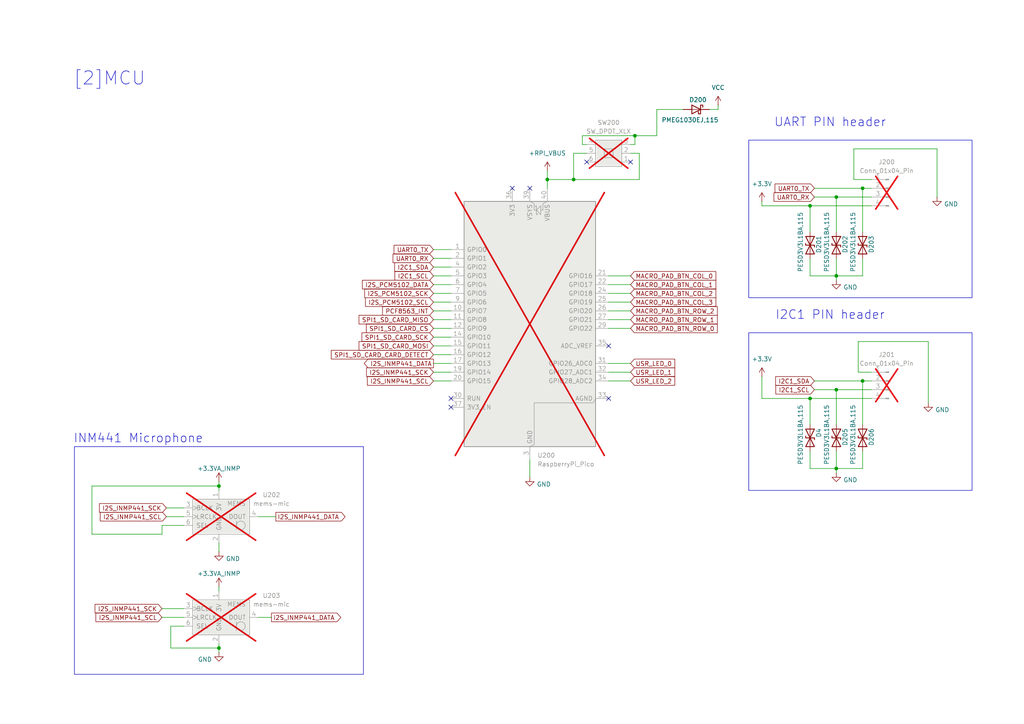
<source format=kicad_sch>
(kicad_sch (version 20231120) (generator "eeschema") (generator_version "8.0")
  (paper "A4")
  (lib_symbols
    (symbol "Connector:Conn_01x04_Pin" (pin_names (offset 1.016) hide)
      (property "Reference" "J" (at 0 5.08 0))
      (property "Value" "Conn_01x04_Pin" (at 0 -7.62 0))
      (symbol "Conn_01x04_Pin_1_1"
        (polyline (pts (xy 1.27 -5.08) (xy 0.8636 -5.08)) (stroke (width 0.1524)))
        (polyline (pts (xy 1.27 -2.54) (xy 0.8636 -2.54)) (stroke (width 0.1524)))
        (polyline (pts (xy 1.27 0) (xy 0.8636 0)) (stroke (width 0.1524)))
        (polyline (pts (xy 1.27 2.54) (xy 0.8636 2.54)) (stroke (width 0.1524)))
        (rectangle (start 0.8636 -4.953) (end 0 -5.207) (stroke (width 0.1524)) (fill (type outline)))
        (rectangle (start 0.8636 -2.413) (end 0 -2.667) (stroke (width 0.1524)) (fill (type outline)))
        (rectangle (start 0.8636 0.127) (end 0 -0.127) (stroke (width 0.1524)) (fill (type outline)))
        (rectangle (start 0.8636 2.667) (end 0 2.413) (stroke (width 0.1524)) (fill (type outline)))
        (pin passive line (at 5.08 2.54 180) (length 3.81) (name "Pin_1") (number "1"))
        (pin passive line (at 5.08 0 180) (length 3.81) (name "Pin_2") (number "2"))
        (pin passive line (at 5.08 -2.54 180) (length 3.81) (name "Pin_3") (number "3"))
        (pin passive line (at 5.08 -5.08 180) (length 3.81) (name "Pin_4") (number "4"))
      )
    )
    (symbol "Device:D_Schottky" (pin_numbers hide) (pin_names (offset 1.016) hide)
      (property "Reference" "D" (at 0 2.54 0))
      (property "Value" "D_Schottky" (at 0 -2.54 0))
      (symbol "D_Schottky_0_1"
        (polyline (pts (xy 1.27 0) (xy -1.27 0)))
        (polyline (pts (xy 1.27 1.27) (xy 1.27 -1.27) (xy -1.27 0) (xy 1.27 1.27)) (stroke (width 0.254)))
        (polyline (pts (xy -1.905 0.635) (xy -1.905 1.27) (xy -1.27 1.27) (xy -1.27 -1.27) (xy -0.635 -1.27) (xy -0.635 -0.635)) (stroke (width 0.254)))
      )
      (symbol "D_Schottky_1_1"
        (pin passive line (at -3.81 0 0) (length 2.54) (name "K") (number "1"))
        (pin passive line (at 3.81 0 180) (length 2.54) (name "A") (number "2"))
      )
    )
    (symbol "Device:D_TVS" (pin_numbers hide) (pin_names (offset 1.016) hide)
      (property "Reference" "D" (at 0 2.54 0))
      (property "Value" "D_TVS" (at 0 -2.54 0))
      (symbol "D_TVS_0_1"
        (polyline (pts (xy 1.27 0) (xy -1.27 0)))
        (polyline (pts (xy 0.508 1.27) (xy 0 1.27) (xy 0 -1.27) (xy -0.508 -1.27)) (stroke (width 0.254)))
        (polyline (pts (xy -2.54 1.27) (xy -2.54 -1.27) (xy 2.54 1.27) (xy 2.54 -1.27) (xy -2.54 1.27)) (stroke (width 0.254)))
      )
      (symbol "D_TVS_1_1"
        (pin passive line (at -3.81 0 0) (length 2.54) (name "A1") (number "1"))
        (pin passive line (at 3.81 0 180) (length 2.54) (name "A2") (number "2"))
      )
    )
    (symbol "MCU_Module_RaspberryPi_Pico:RaspberryPi_Pico" (pin_names (offset 0.762))
      (property "Reference" "A" (at -19.05 38.1 0))
      (property "Value" "RaspberryPi_Pico" (at 7.62 38.1 0))
      (symbol "RaspberryPi_Pico_0_1"
        (rectangle (start -19.05 36.83) (end 19.05 -34.29) (stroke (width 0.254)) (fill (type background)))
        (polyline (pts (xy 0 36.83) (xy 1.27 36.195) (xy 1.27 34.29) (xy 1.905 34.29)))
        (polyline (pts (xy 1.905 34.29) (xy 3.175 35.56) (xy 3.175 33.02) (xy 1.905 34.29)))
        (polyline (pts (xy 5.08 36.83) (xy 3.81 36.195) (xy 3.81 34.29) (xy 3.175 34.29)))
        (polyline (pts (xy 0 -34.29) (xy 1.27 -33.655) (xy 1.27 -21.59) (xy 18.415 -21.59) (xy 19.05 -20.32)))
        (polyline (pts (xy 1.651 35.306) (xy 1.651 35.56) (xy 1.905 35.56) (xy 1.905 33.02) (xy 2.159 33.02) (xy 2.159 33.274)))
      )
      (symbol "RaspberryPi_Pico_1_1"
        (pin bidirectional line (at -22.86 22.86 0) (length 3.81) (name "GPIO0") (number "1"))
        (pin bidirectional line (at -22.86 5.08 0) (length 3.81) (name "GPIO7") (number "10"))
        (pin bidirectional line (at -22.86 2.54 0) (length 3.81) (name "GPIO8") (number "11"))
        (pin bidirectional line (at -22.86 0 0) (length 3.81) (name "GPIO9") (number "12"))
        (pin passive line (at 0 -38.1 90) (length 3.81) hide (name "GND") (number "13"))
        (pin bidirectional line (at -22.86 -2.54 0) (length 3.81) (name "GPIO10") (number "14"))
        (pin bidirectional line (at -22.86 -5.08 0) (length 3.81) (name "GPIO11") (number "15"))
        (pin bidirectional line (at -22.86 -7.62 0) (length 3.81) (name "GPIO12") (number "16"))
        (pin bidirectional line (at -22.86 -10.16 0) (length 3.81) (name "GPIO13") (number "17"))
        (pin passive line (at 0 -38.1 90) (length 3.81) hide (name "GND") (number "18"))
        (pin bidirectional line (at -22.86 -12.7 0) (length 3.81) (name "GPIO14") (number "19"))
        (pin bidirectional line (at -22.86 20.32 0) (length 3.81) (name "GPIO1") (number "2"))
        (pin bidirectional line (at -22.86 -15.24 0) (length 3.81) (name "GPIO15") (number "20"))
        (pin bidirectional line (at 22.86 15.24 180) (length 3.81) (name "GPIO16") (number "21"))
        (pin bidirectional line (at 22.86 12.7 180) (length 3.81) (name "GPIO17") (number "22"))
        (pin passive line (at 0 -38.1 90) (length 3.81) hide (name "GND") (number "23"))
        (pin bidirectional line (at 22.86 10.16 180) (length 3.81) (name "GPIO18") (number "24"))
        (pin bidirectional line (at 22.86 7.62 180) (length 3.81) (name "GPIO19") (number "25"))
        (pin bidirectional line (at 22.86 5.08 180) (length 3.81) (name "GPIO20") (number "26"))
        (pin bidirectional line (at 22.86 2.54 180) (length 3.81) (name "GPIO21") (number "27"))
        (pin passive line (at 0 -38.1 90) (length 3.81) hide (name "GND") (number "28"))
        (pin bidirectional line (at 22.86 0 180) (length 3.81) (name "GPIO22") (number "29"))
        (pin power_out line (at 0 -38.1 90) (length 3.81) (name "GND") (number "3"))
        (pin input line (at -22.86 -20.32 0) (length 3.81) (name "RUN") (number "30"))
        (pin bidirectional line (at 22.86 -10.16 180) (length 3.81) (name "GPIO26_ADC0") (number "31"))
        (pin bidirectional line (at 22.86 -12.7 180) (length 3.81) (name "GPIO27_ADC1") (number "32"))
        (pin power_out line (at 22.86 -20.32 180) (length 3.81) (name "AGND") (number "33"))
        (pin bidirectional line (at 22.86 -15.24 180) (length 3.81) (name "GPIO28_ADC2") (number "34"))
        (pin power_in line (at 22.86 -5.08 180) (length 3.81) (name "ADC_VREF") (number "35"))
        (pin power_out line (at -5.08 40.64 270) (length 3.81) (name "3V3") (number "36"))
        (pin input line (at -22.86 -22.86 0) (length 3.81) (name "3V3_EN") (number "37"))
        (pin passive line (at 0 -38.1 90) (length 3.81) hide (name "GND") (number "38"))
        (pin power_in line (at 0 40.64 270) (length 3.81) (name "VSYS") (number "39"))
        (pin bidirectional line (at -22.86 17.78 0) (length 3.81) (name "GPIO2") (number "4"))
        (pin power_out line (at 5.08 40.64 270) (length 3.81) (name "VBUS") (number "40"))
        (pin bidirectional line (at -22.86 15.24 0) (length 3.81) (name "GPIO3") (number "5"))
        (pin bidirectional line (at -22.86 12.7 0) (length 3.81) (name "GPIO4") (number "6"))
        (pin bidirectional line (at -22.86 10.16 0) (length 3.81) (name "GPIO5") (number "7"))
        (pin passive line (at 0 -38.1 90) (length 3.81) hide (name "GND") (number "8"))
        (pin bidirectional line (at -22.86 7.62 0) (length 3.81) (name "GPIO6") (number "9"))
      )
    )
    (symbol "power:+3.3V" (power) (pin_numbers hide) (pin_names (offset 0) hide)
      (property "Value" "+3.3V" (at 0 3.556 0))
      (symbol "+3.3V_0_1"
        (polyline (pts (xy -0.762 1.27) (xy 0 2.54)))
        (polyline (pts (xy 0 0) (xy 0 2.54)))
        (polyline (pts (xy 0 2.54) (xy 0.762 1.27)))
      )
      (symbol "+3.3V_1_1"
        (pin power_in line (at 0 0 90) (length 0) (name "~") (number "1"))
      )
    )
    (symbol "power:+3.3VA" (power) (pin_numbers hide) (pin_names (offset 0) hide)
      (property "Value" "+3.3VA" (at 0 3.556 0))
      (symbol "+3.3VA_0_1"
        (polyline (pts (xy -0.762 1.27) (xy 0 2.54)))
        (polyline (pts (xy 0 0) (xy 0 2.54)))
        (polyline (pts (xy 0 2.54) (xy 0.762 1.27)))
      )
      (symbol "+3.3VA_1_1"
        (pin power_in line (at 0 0 90) (length 0) (name "~") (number "1"))
      )
    )
    (symbol "power:+3.3VADC" (power) (pin_numbers hide) (pin_names (offset 0) hide)
      (property "Value" "+3.3VADC" (at 0 3.556 0))
      (symbol "+3.3VADC_0_0"
        (pin power_in line (at 0 0 90) (length 0) (name "~") (number "1"))
      )
      (symbol "+3.3VADC_0_1"
        (polyline (pts (xy -0.762 1.27) (xy 0 2.54)))
        (polyline (pts (xy 0 0) (xy 0 2.54)))
        (polyline (pts (xy 0 2.54) (xy 0.762 1.27)))
      )
    )
    (symbol "power:GND" (power) (pin_numbers hide) (pin_names (offset 0) hide)
      (property "Value" "GND" (at 0 -3.81 0))
      (symbol "GND_0_1"
        (polyline (pts (xy 0 0) (xy 0 -1.27) (xy 1.27 -1.27) (xy 0 -2.54) (xy -1.27 -1.27) (xy 0 -1.27)))
      )
      (symbol "GND_1_1"
        (pin power_in line (at 0 0 270) (length 0) (name "~") (number "1"))
      )
    )
    (symbol "power:VCC" (power) (pin_numbers hide) (pin_names (offset 0) hide)
      (property "Value" "VCC" (at 0 3.556 0))
      (symbol "VCC_0_1"
        (polyline (pts (xy -0.762 1.27) (xy 0 2.54)))
        (polyline (pts (xy 0 0) (xy 0 2.54)))
        (polyline (pts (xy 0 2.54) (xy 0.762 1.27)))
      )
      (symbol "VCC_1_1"
        (pin power_in line (at 0 0 90) (length 0) (name "~") (number "1"))
      )
    )
    (symbol "rpi_pico_media_board:SW_DPDT_XLX" (pin_names (offset 1.016))
      (property "Reference" "U" (at 0 5.08 0))
      (property "Value" "SW_DPDT_XLX" (at 0 2.54 0))
      (symbol "SW_DPDT_XLX_0_1"
        (rectangle (start -3.81 0) (end 3.81 -7.62) (fill (type background)))
        (polyline (pts (xy -1.27 -2.54) (xy 1.27 -2.54) (xy 1.27 -5.08) (xy -1.27 -5.08) (xy -1.27 -2.54)))
      )
      (symbol "SW_DPDT_XLX_1_1"
        (pin input line (at 6.35 -6.35 180) (length 2.54) (name "~") (number "1"))
        (pin input line (at 6.35 -3.81 180) (length 2.54) (name "~") (number "2"))
        (pin input line (at 6.35 -1.27 180) (length 2.54) (name "~") (number "3"))
        (pin input line (at -6.35 -1.27 0) (length 2.54) (name "~") (number "4"))
        (pin input line (at -6.35 -3.81 0) (length 2.54) (name "~") (number "5"))
        (pin input line (at -6.35 -6.35 0) (length 2.54) (name "~") (number "6"))
      )
    )
    (symbol "rpi_pico_media_board:mems-mic" (pin_names (offset 1.016))
      (property "Reference" "U" (at 7.62 6.35 0))
      (property "Value" "mems-mic" (at -7.62 -6.35 0))
      (symbol "mems-mic_0_0"
        (text "MEMS" (at 5.08 3.81 0) (effects (font (size 1.27 1.27))))
      )
      (symbol "mems-mic_0_1"
        (rectangle (start -7.62 5.08) (end 8.89 -5.08) (fill (type background)))
        (polyline (pts (xy 5.08 -1.27) (xy 5.08 -3.81)))
        (circle (center 6.35 -2.54) (radius 1.27))
      )
      (symbol "mems-mic_1_1"
        (pin power_in line (at 0 7.62 270) (length 2.54) (name "3V") (number "1"))
        (pin power_in line (at 0 -7.62 90) (length 2.54) (name "GND") (number "2"))
        (pin input clock (at -10.16 2.54 0) (length 2.54) (name "BCLK") (number "3"))
        (pin passive line (at 11.43 0 180) (length 2.54) (name "DOUT") (number "4"))
        (pin input clock (at -10.16 0 0) (length 2.54) (name "LRCLK") (number "5"))
        (pin input line (at -10.16 -2.54 0) (length 2.54) (name "SEL") (number "6"))
      )
    )
  )
  (junction (at 63.5 140.97))
  (junction (at 242.57 80.01))
  (junction (at 234.95 115.57))
  (junction (at 63.5 187.96))
  (junction (at 234.95 59.69))
  (junction (at 250.19 110.49))
  (junction (at 242.57 135.89))
  (junction (at 242.57 57.15))
  (junction (at 242.57 113.03))
  (junction (at 166.37 52.07))
  (junction (at 250.19 54.61))
  (junction (at 158.75 52.07))
  (junction (at 184.15 39.37))
  (no_connect (at 130.81 118.11))
  (no_connect (at 176.53 100.33))
  (no_connect (at 170.18 46.99))
  (no_connect (at 153.67 54.61))
  (no_connect (at 182.88 46.99))
  (no_connect (at 130.81 115.57))
  (no_connect (at 176.53 115.57))
  (no_connect (at 148.59 54.61))
  (wire (pts (xy 182.88 41.91) (xy 184.15 41.91)))
  (wire (pts (xy 176.53 92.71) (xy 182.88 92.71)))
  (wire (pts (xy 250.19 74.93) (xy 250.19 80.01)))
  (wire (pts (xy 250.19 54.61) (xy 250.19 67.31)))
  (wire (pts (xy 74.93 149.86) (xy 80.01 149.86)))
  (wire (pts (xy 125.73 105.41) (xy 130.81 105.41)))
  (wire (pts (xy 63.5 140.97) (xy 26.67 140.97)))
  (wire (pts (xy 236.22 113.03) (xy 242.57 113.03)))
  (wire (pts (xy 63.5 157.48) (xy 63.5 160.02)))
  (wire (pts (xy 208.28 31.75) (xy 208.28 30.48)))
  (wire (pts (xy 125.73 85.09) (xy 130.81 85.09)))
  (wire (pts (xy 250.19 80.01) (xy 242.57 80.01)))
  (wire (pts (xy 168.91 39.37) (xy 184.15 39.37)))
  (wire (pts (xy 250.19 110.49) (xy 250.19 123.19)))
  (wire (pts (xy 125.73 72.39) (xy 130.81 72.39)))
  (wire (pts (xy 234.95 80.01) (xy 242.57 80.01)))
  (wire (pts (xy 252.73 115.57) (xy 234.95 115.57)))
  (wire (pts (xy 176.53 82.55) (xy 182.88 82.55)))
  (wire (pts (xy 46.99 152.4) (xy 53.34 152.4)))
  (wire (pts (xy 176.53 90.17) (xy 182.88 90.17)))
  (wire (pts (xy 125.73 82.55) (xy 130.81 82.55)))
  (wire (pts (xy 176.53 95.25) (xy 182.88 95.25)))
  (wire (pts (xy 250.19 135.89) (xy 242.57 135.89)))
  (wire (pts (xy 234.95 115.57) (xy 220.98 115.57)))
  (wire (pts (xy 166.37 52.07) (xy 158.75 52.07)))
  (wire (pts (xy 252.73 107.95) (xy 248.92 107.95)))
  (wire (pts (xy 234.95 130.81) (xy 234.95 135.89)))
  (wire (pts (xy 49.53 187.96) (xy 63.5 187.96)))
  (wire (pts (xy 248.92 99.06) (xy 269.24 99.06)))
  (wire (pts (xy 176.53 110.49) (xy 182.88 110.49)))
  (wire (pts (xy 158.75 52.07) (xy 158.75 54.61)))
  (wire (pts (xy 242.57 113.03) (xy 252.73 113.03)))
  (wire (pts (xy 176.53 105.41) (xy 182.88 105.41)))
  (wire (pts (xy 236.22 110.49) (xy 250.19 110.49)))
  (wire (pts (xy 125.73 110.49) (xy 130.81 110.49)))
  (wire (pts (xy 26.67 140.97) (xy 26.67 154.94)))
  (wire (pts (xy 125.73 80.01) (xy 130.81 80.01)))
  (wire (pts (xy 190.5 31.75) (xy 190.5 39.37)))
  (wire (pts (xy 74.93 179.07) (xy 78.74 179.07)))
  (wire (pts (xy 242.57 57.15) (xy 252.73 57.15)))
  (wire (pts (xy 242.57 113.03) (xy 242.57 123.19)))
  (wire (pts (xy 125.73 100.33) (xy 130.81 100.33)))
  (wire (pts (xy 153.67 133.35) (xy 153.67 138.43)))
  (wire (pts (xy 125.73 95.25) (xy 130.81 95.25)))
  (wire (pts (xy 205.74 31.75) (xy 208.28 31.75)))
  (wire (pts (xy 170.18 44.45) (xy 166.37 44.45)))
  (wire (pts (xy 63.5 170.18) (xy 63.5 171.45)))
  (wire (pts (xy 250.19 110.49) (xy 252.73 110.49)))
  (wire (pts (xy 182.88 44.45) (xy 185.42 44.45)))
  (wire (pts (xy 234.95 115.57) (xy 234.95 123.19)))
  (wire (pts (xy 125.73 74.93) (xy 130.81 74.93)))
  (wire (pts (xy 125.73 97.79) (xy 130.81 97.79)))
  (wire (pts (xy 252.73 52.07) (xy 247.65 52.07)))
  (wire (pts (xy 46.99 179.07) (xy 53.34 179.07)))
  (wire (pts (xy 125.73 107.95) (xy 130.81 107.95)))
  (wire (pts (xy 63.5 139.7) (xy 63.5 140.97)))
  (wire (pts (xy 185.42 52.07) (xy 166.37 52.07)))
  (wire (pts (xy 53.34 181.61) (xy 49.53 181.61)))
  (wire (pts (xy 63.5 187.96) (xy 63.5 189.23)))
  (wire (pts (xy 250.19 54.61) (xy 252.73 54.61)))
  (wire (pts (xy 125.73 87.63) (xy 130.81 87.63)))
  (wire (pts (xy 63.5 140.97) (xy 63.5 142.24)))
  (wire (pts (xy 250.19 130.81) (xy 250.19 135.89)))
  (wire (pts (xy 170.18 41.91) (xy 168.91 41.91)))
  (wire (pts (xy 63.5 186.69) (xy 63.5 187.96)))
  (wire (pts (xy 271.78 43.18) (xy 271.78 57.15)))
  (wire (pts (xy 248.92 107.95) (xy 248.92 99.06)))
  (wire (pts (xy 166.37 44.45) (xy 166.37 52.07)))
  (wire (pts (xy 247.65 43.18) (xy 271.78 43.18)))
  (wire (pts (xy 247.65 52.07) (xy 247.65 43.18)))
  (wire (pts (xy 269.24 99.06) (xy 269.24 116.84)))
  (wire (pts (xy 176.53 80.01) (xy 182.88 80.01)))
  (wire (pts (xy 234.95 59.69) (xy 252.73 59.69)))
  (wire (pts (xy 220.98 115.57) (xy 220.98 109.22)))
  (wire (pts (xy 220.98 59.69) (xy 234.95 59.69)))
  (wire (pts (xy 242.57 130.81) (xy 242.57 135.89)))
  (wire (pts (xy 234.95 74.93) (xy 234.95 80.01)))
  (wire (pts (xy 184.15 39.37) (xy 184.15 41.91)))
  (wire (pts (xy 26.67 154.94) (xy 46.99 154.94)))
  (wire (pts (xy 125.73 102.87) (xy 130.81 102.87)))
  (wire (pts (xy 176.53 87.63) (xy 182.88 87.63)))
  (wire (pts (xy 242.57 80.01) (xy 242.57 81.28)))
  (wire (pts (xy 48.26 147.32) (xy 53.34 147.32)))
  (wire (pts (xy 48.26 149.86) (xy 53.34 149.86)))
  (wire (pts (xy 236.22 57.15) (xy 242.57 57.15)))
  (wire (pts (xy 242.57 57.15) (xy 242.57 67.31)))
  (wire (pts (xy 176.53 107.95) (xy 182.88 107.95)))
  (wire (pts (xy 220.98 58.42) (xy 220.98 59.69)))
  (wire (pts (xy 242.57 74.93) (xy 242.57 80.01)))
  (wire (pts (xy 125.73 77.47) (xy 130.81 77.47)))
  (wire (pts (xy 185.42 44.45) (xy 185.42 52.07)))
  (wire (pts (xy 234.95 135.89) (xy 242.57 135.89)))
  (wire (pts (xy 46.99 154.94) (xy 46.99 152.4)))
  (wire (pts (xy 176.53 85.09) (xy 182.88 85.09)))
  (wire (pts (xy 168.91 41.91) (xy 168.91 39.37)))
  (wire (pts (xy 46.99 176.53) (xy 53.34 176.53)))
  (wire (pts (xy 49.53 181.61) (xy 49.53 187.96)))
  (wire (pts (xy 242.57 135.89) (xy 242.57 137.16)))
  (wire (pts (xy 234.95 59.69) (xy 234.95 67.31)))
  (wire (pts (xy 125.73 92.71) (xy 130.81 92.71)))
  (wire (pts (xy 158.75 49.53) (xy 158.75 52.07)))
  (wire (pts (xy 125.73 90.17) (xy 130.81 90.17)))
  (wire (pts (xy 190.5 39.37) (xy 184.15 39.37)))
  (wire (pts (xy 236.22 54.61) (xy 250.19 54.61)))
  (wire (pts (xy 190.5 31.75) (xy 198.12 31.75)))
  (rectangle (start 217.17 96.52) (end 281.94 142.24))
  (rectangle (start 217.17 40.64) (end 281.94 86.36))
  (rectangle (start 21.59 129.54) (end 105.41 195.58))
  (text "INM441 Microphone" (at 40.132 127.254 0) (effects (font (size 2.54 2.54))))
  (text "UART PIN header" (at 240.792 35.56 0) (effects (font (size 2.54 2.54))))
  (text "I2C1 PIN header" (at 240.792 91.44 0) (effects (font (size 2.54 2.54))))
  (text "[2]MCU" (at 31.75 22.86 0) (effects (font (size 3.81 3.81))))
  (global_label "UART0_TX" (shape input) (at 236.22 54.61 180) (property "Intersheetrefs" "${INTERSHEET_REFS}" (effects (hide yes))))
  (global_label "SPI1_SD_CARD_MISO" (shape input) (at 125.73 92.71 180) (property "Intersheetrefs" "${INTERSHEET_REFS}" (effects (hide yes))))
  (global_label "SPI1_SD_CARD_MOSI" (shape input) (at 125.73 100.33 180) (property "Intersheetrefs" "${INTERSHEET_REFS}" (effects (hide yes))))
  (global_label "UART0_TX" (shape input) (at 125.73 72.39 180) (property "Intersheetrefs" "${INTERSHEET_REFS}" (effects (hide yes))))
  (global_label "I2S_INMP441_SCK" (shape input) (at 46.99 176.53 180) (property "Intersheetrefs" "${INTERSHEET_REFS}" (effects (hide yes))))
  (global_label "USR_LED_1" (shape input) (at 182.88 107.95 0) (property "Intersheetrefs" "${INTERSHEET_REFS}" (effects (hide yes))))
  (global_label "I2S_INMP441_SCL" (shape input) (at 46.99 179.07 180) (property "Intersheetrefs" "${INTERSHEET_REFS}" (effects (hide yes))))
  (global_label "I2C1_SDA" (shape input) (at 236.22 110.49 180) (property "Intersheetrefs" "${INTERSHEET_REFS}" (effects (hide yes))))
  (global_label "SPI1_SD_CARD_CARD_DETECT" (shape input) (at 125.73 102.87 180) (property "Intersheetrefs" "${INTERSHEET_REFS}" (effects (hide yes))))
  (global_label "I2C1_SDA" (shape input) (at 125.73 77.47 180) (property "Intersheetrefs" "${INTERSHEET_REFS}" (effects (hide yes))))
  (global_label "MACRO_PAD_BTN_ROW_1" (shape input) (at 182.88 92.71 0) (property "Intersheetrefs" "${INTERSHEET_REFS}" (effects (hide yes))))
  (global_label "MACRO_PAD_BTN_COL_1" (shape input) (at 182.88 82.55 0) (property "Intersheetrefs" "${INTERSHEET_REFS}" (effects (hide yes))))
  (global_label "USR_LED_0" (shape input) (at 182.88 105.41 0) (property "Intersheetrefs" "${INTERSHEET_REFS}" (effects (hide yes))))
  (global_label "UART0_RX" (shape input) (at 125.73 74.93 180) (property "Intersheetrefs" "${INTERSHEET_REFS}" (effects (hide yes))))
  (global_label "I2S_PCM5102_DATA" (shape input) (at 125.73 82.55 180) (property "Intersheetrefs" "${INTERSHEET_REFS}" (effects (hide yes))))
  (global_label "MACRO_PAD_BTN_COL_0" (shape input) (at 182.88 80.01 0) (property "Intersheetrefs" "${INTERSHEET_REFS}" (effects (hide yes))))
  (global_label "UART0_RX" (shape input) (at 236.22 57.15 180) (property "Intersheetrefs" "${INTERSHEET_REFS}" (effects (hide yes))))
  (global_label "SPI1_SD_CARD_CS" (shape input) (at 125.73 95.25 180) (property "Intersheetrefs" "${INTERSHEET_REFS}" (effects (hide yes))))
  (global_label "MACRO_PAD_BTN_COL_3" (shape input) (at 182.88 87.63 0) (property "Intersheetrefs" "${INTERSHEET_REFS}" (effects (hide yes))))
  (global_label "I2S_INMP441_DATA" (shape output) (at 125.73 105.41 180) (property "Intersheetrefs" "${INTERSHEET_REFS}" (effects (hide yes))))
  (global_label "MACRO_PAD_BTN_ROW_0" (shape input) (at 182.88 95.25 0) (property "Intersheetrefs" "${INTERSHEET_REFS}" (effects (hide yes))))
  (global_label "MACRO_PAD_BTN_ROW_2" (shape input) (at 182.88 90.17 0) (property "Intersheetrefs" "${INTERSHEET_REFS}" (effects (hide yes))))
  (global_label "I2S_INMP441_DATA" (shape output) (at 80.01 149.86 0) (property "Intersheetrefs" "${INTERSHEET_REFS}" (effects (hide yes))))
  (global_label "I2S_PCM5102_SCL" (shape input) (at 125.73 87.63 180) (property "Intersheetrefs" "${INTERSHEET_REFS}" (effects (hide yes))))
  (global_label "PCF8563_INT" (shape input) (at 125.73 90.17 180) (property "Intersheetrefs" "${INTERSHEET_REFS}" (effects (hide yes))))
  (global_label "MACRO_PAD_BTN_COL_2" (shape input) (at 182.88 85.09 0) (property "Intersheetrefs" "${INTERSHEET_REFS}" (effects (hide yes))))
  (global_label "I2S_INMP441_DATA" (shape output) (at 78.74 179.07 0) (property "Intersheetrefs" "${INTERSHEET_REFS}" (effects (hide yes))))
  (global_label "I2S_INMP441_SCL" (shape input) (at 48.26 149.86 180) (property "Intersheetrefs" "${INTERSHEET_REFS}" (effects (hide yes))))
  (global_label "USR_LED_2" (shape input) (at 182.88 110.49 0) (property "Intersheetrefs" "${INTERSHEET_REFS}" (effects (hide yes))))
  (global_label "SPI1_SD_CARD_SCK" (shape input) (at 125.73 97.79 180) (property "Intersheetrefs" "${INTERSHEET_REFS}" (effects (hide yes))))
  (global_label "I2C1_SCL" (shape input) (at 236.22 113.03 180) (property "Intersheetrefs" "${INTERSHEET_REFS}" (effects (hide yes))))
  (global_label "I2S_INMP441_SCK" (shape input) (at 48.26 147.32 180) (property "Intersheetrefs" "${INTERSHEET_REFS}" (effects (hide yes))))
  (global_label "I2S_INMP441_SCL" (shape input) (at 125.73 110.49 180) (property "Intersheetrefs" "${INTERSHEET_REFS}" (effects (hide yes))))
  (global_label "I2C1_SCL" (shape input) (at 125.73 80.01 180) (property "Intersheetrefs" "${INTERSHEET_REFS}" (effects (hide yes))))
  (global_label "I2S_INMP441_SCK" (shape input) (at 125.73 107.95 180) (property "Intersheetrefs" "${INTERSHEET_REFS}" (effects (hide yes))))
  (global_label "I2S_PCM5102_SCK" (shape input) (at 125.73 85.09 180) (property "Intersheetrefs" "${INTERSHEET_REFS}" (effects (hide yes))))
  (symbol (lib_id "rpi_pico_media_board:mems-mic") (at 63.5 179.07 0) (unit 1) (dnp yes)
    (property "Reference" "U203" (at 78.74 172.7514 0))
    (property "Value" "mems-mic" (at 78.74 175.2914 0))
    (property "Footprint" "rpi_pico_media_board:inmp441" (effects (hide yes)))
    (property "Datasheet" "https://www.adafruit.com/product/3421" (effects (hide yes)))
  )
  (symbol (lib_id "rpi_pico_media_board:mems-mic") (at 63.5 149.86 0) (unit 1) (dnp yes)
    (property "Reference" "U202" (at 78.74 143.5414 0))
    (property "Value" "mems-mic" (at 78.74 146.0814 0))
    (property "Footprint" "rpi_pico_media_board:inmp441" (effects (hide yes)))
    (property "Datasheet" "https://www.adafruit.com/product/3421" (effects (hide yes)))
  )
  (symbol (lib_id "power:GND") (at 269.24 116.84 0) (unit 1)
    (property "Reference" "#PWR066" (effects (hide yes)))
    (property "Value" "GND" (at 273.304 118.872 0))
    (property "Description" "Power symbol creates a global label with name \"GND\" , ground" (effects (hide yes)))
  )
  (symbol (lib_id "Device:D_TVS") (at 242.57 127 270) (unit 1)
    (property "Reference" "D205" (at 245.11 124.206 0) (effects (justify left)))
    (property "Value" "PESD3V3L1BA,115" (at 239.776 117.348 0) (effects (justify left)))
    (property "Footprint" "Diode_SMD:D_SOD-323" (effects (hide yes)))
    (property "Manufacturer" "Nexperia" (effects (hide yes)))
    (property "Manufacturer Part Number" "PESD3V3L1BA,115" (effects (hide yes)))
  )
  (symbol (lib_id "power:+3.3V") (at 220.98 58.42 0) (unit 1)
    (property "Reference" "#PWR063" (effects (hide yes)))
    (property "Value" "+3.3V" (at 220.98 53.34 0))
    (property "Description" "Power symbol creates a global label with name \"+3.3V\"" (effects (hide yes)))
  )
  (symbol (lib_id "rpi_pico_media_board:SW_DPDT_XLX") (at 176.53 40.64 0) (unit 1) (dnp yes)
    (property "Reference" "SW200" (at 176.53 35.56 0))
    (property "Value" "SW_DPDT_XLX" (at 176.53 38.1 0))
    (property "Footprint" "rpi_pico_media_board:SW_DPDT_XLX" (effects (hide yes)))
  )
  (symbol (lib_id "Connector:Conn_01x04_Pin") (at 257.81 54.61 0) (mirror y) (unit 1) (dnp yes)
    (property "Reference" "J200" (at 257.175 46.99 0))
    (property "Value" "Conn_01x04_Pin" (at 257.175 49.53 0))
    (property "Footprint" "Connector_PinHeader_2.54mm:PinHeader_1x04_P2.54mm_Vertical" (effects (hide yes)))
    (property "Description" "Generic connector, single row, 01x04, script generated" (effects (hide yes)))
  )
  (symbol (lib_id "power:GND") (at 63.5 160.02 0) (unit 1)
    (property "Reference" "#PWR050" (effects (hide yes)))
    (property "Value" "GND" (at 67.564 162.052 0))
    (property "Description" "Power symbol creates a global label with name \"GND\" , ground" (effects (hide yes)))
  )
  (symbol (lib_id "power:GND") (at 242.57 81.28 0) (unit 1)
    (property "Reference" "#PWR065" (effects (hide yes)))
    (property "Value" "GND" (at 246.634 83.312 0))
    (property "Description" "Power symbol creates a global label with name \"GND\" , ground" (effects (hide yes)))
  )
  (symbol (lib_id "Device:D_TVS") (at 234.95 127 270) (unit 1)
    (property "Reference" "D4" (at 237.49 124.206 0) (effects (justify left)))
    (property "Value" "PESD3V3L1BA,115" (at 232.156 117.348 0) (effects (justify left)))
    (property "Footprint" "Diode_SMD:D_SOD-323" (effects (hide yes)))
    (property "Manufacturer" "Nexperia" (effects (hide yes)))
    (property "Manufacturer Part Number" "PESD3V3L1BA,115" (effects (hide yes)))
  )
  (symbol (lib_id "Device:D_Schottky") (at 201.93 31.75 0) (mirror y) (unit 1)
    (property "Reference" "D200" (at 202.438 28.956 0))
    (property "Value" "PMEG1030EJ,115" (at 200.152 34.798 0))
    (property "Footprint" "Diode_SMD:D_SOD-323F" (effects (hide yes)))
    (property "Datasheet" "https://assets.nexperia.com/documents/data-sheet/PMEG1030EH_EJ.pdf" (effects (hide yes)))
    (property "Description" "Schottky diode" (effects (hide yes)))
    (property "Manufacturer" "Nexperia" (effects (hide yes)))
    (property "Manufacturer Part Number" "PMEG1030EJ,115" (effects (hide yes)))
  )
  (symbol (lib_id "power:+3.3VA") (at 63.5 139.7 0) (unit 1)
    (property "Reference" "#PWR052" (effects (hide yes)))
    (property "Value" "+3.3VA_INMP" (at 63.5 135.89 0))
    (property "Description" "Power symbol creates a global label with name \"+3.3VA\"" (effects (hide yes)))
  )
  (symbol (lib_id "MCU_Module_RaspberryPi_Pico:RaspberryPi_Pico") (at 153.67 95.25 0) (unit 1) (dnp yes)
    (property "Reference" "U200" (at 155.8641 132.08 0) (effects (justify left)))
    (property "Value" "RaspberryPi_Pico" (at 155.8641 134.62 0) (effects (justify left)))
    (property "Footprint" "Module_RaspberryPi_Pico:RaspberryPi_Pico_Common_THT" (effects (hide yes)))
    (property "Datasheet" "https://datasheets.raspberrypi.com/pico/pico-datasheet.pdf" (effects (hide yes)))
    (property "Description" "Versatile and inexpensive microcontroller module powered by RP2040 dual-core Arm Cortex-M0+ processor up to 133 MHz, 264kB SRAM, 2MB QSPI flash" (effects (hide yes)))
  )
  (symbol (lib_id "power:GND") (at 63.5 189.23 0) (mirror y) (unit 1)
    (property "Reference" "#PWR055" (effects (hide yes)))
    (property "Value" "GND" (at 59.436 191.262 0))
    (property "Description" "Power symbol creates a global label with name \"GND\" , ground" (effects (hide yes)))
  )
  (symbol (lib_id "Device:D_TVS") (at 250.19 127 270) (unit 1)
    (property "Reference" "D206" (at 252.73 124.206 0) (effects (justify left)))
    (property "Value" "PESD3V3L1BA,115" (at 247.396 117.348 0) (effects (justify left)))
    (property "Footprint" "Diode_SMD:D_SOD-323" (effects (hide yes)))
    (property "Manufacturer" "Nexperia" (effects (hide yes)))
    (property "Manufacturer Part Number" "PESD3V3L1BA,115" (effects (hide yes)))
  )
  (symbol (lib_id "power:+3.3V") (at 220.98 109.22 0) (unit 1)
    (property "Reference" "#PWR068" (effects (hide yes)))
    (property "Value" "+3.3V" (at 220.98 104.14 0))
    (property "Description" "Power symbol creates a global label with name \"+3.3V\"" (effects (hide yes)))
  )
  (symbol (lib_id "power:GND") (at 242.57 137.16 0) (unit 1)
    (property "Reference" "#PWR067" (effects (hide yes)))
    (property "Value" "GND" (at 246.634 139.192 0))
    (property "Description" "Power symbol creates a global label with name \"GND\" , ground" (effects (hide yes)))
  )
  (symbol (lib_id "Connector:Conn_01x04_Pin") (at 257.81 110.49 0) (mirror y) (unit 1) (dnp yes)
    (property "Reference" "J201" (at 257.175 102.87 0))
    (property "Value" "Conn_01x04_Pin" (at 257.175 105.41 0))
    (property "Footprint" "Connector_PinHeader_2.54mm:PinHeader_1x04_P2.54mm_Vertical" (effects (hide yes)))
    (property "Description" "Generic connector, single row, 01x04, script generated" (effects (hide yes)))
  )
  (symbol (lib_id "Device:D_TVS") (at 242.57 71.12 270) (unit 1)
    (property "Reference" "D202" (at 245.11 68.326 0) (effects (justify left)))
    (property "Value" "PESD3V3L1BA,115" (at 239.776 61.468 0) (effects (justify left)))
    (property "Footprint" "Diode_SMD:D_SOD-323" (effects (hide yes)))
    (property "Manufacturer" "Nexperia" (effects (hide yes)))
    (property "Manufacturer Part Number" "PESD3V3L1BA,115" (effects (hide yes)))
  )
  (symbol (lib_id "Device:D_TVS") (at 234.95 71.12 270) (unit 1)
    (property "Reference" "D201" (at 237.49 68.326 0) (effects (justify left)))
    (property "Value" "PESD3V3L1BA,115" (at 232.156 61.468 0) (effects (justify left)))
    (property "Footprint" "Diode_SMD:D_SOD-323" (effects (hide yes)))
    (property "Manufacturer" "Nexperia" (effects (hide yes)))
    (property "Manufacturer Part Number" "PESD3V3L1BA,115" (effects (hide yes)))
  )
  (symbol (lib_id "power:VCC") (at 208.28 30.48 0) (unit 1)
    (property "Reference" "#PWR049" (effects (hide yes)))
    (property "Value" "VCC" (at 208.28 25.4 0))
    (property "Description" "Power symbol creates a global label with name \"VCC\"" (effects (hide yes)))
  )
  (symbol (lib_id "power:+3.3VA") (at 63.5 170.18 0) (unit 1)
    (property "Reference" "#PWR054" (effects (hide yes)))
    (property "Value" "+3.3VA_INMP" (at 63.5 166.37 0))
    (property "Description" "Power symbol creates a global label with name \"+3.3VA\"" (effects (hide yes)))
  )
  (symbol (lib_id "power:+3.3VADC") (at 158.75 49.53 0) (unit 1)
    (property "Reference" "#PWR033" (effects (hide yes)))
    (property "Value" "+RPI_VBUS" (at 158.75 44.45 0))
    (property "Description" "Power symbol creates a global label with name \"+3.3VADC\"" (effects (hide yes)))
  )
  (symbol (lib_id "power:GND") (at 153.67 138.43 0) (unit 1)
    (property "Reference" "#PWR032" (effects (hide yes)))
    (property "Value" "GND" (at 157.734 140.462 0))
    (property "Description" "Power symbol creates a global label with name \"GND\" , ground" (effects (hide yes)))
  )
  (symbol (lib_id "Device:D_TVS") (at 250.19 71.12 270) (unit 1)
    (property "Reference" "D203" (at 252.73 68.326 0) (effects (justify left)))
    (property "Value" "PESD3V3L1BA,115" (at 247.396 61.468 0) (effects (justify left)))
    (property "Footprint" "Diode_SMD:D_SOD-323" (effects (hide yes)))
    (property "Manufacturer" "Nexperia" (effects (hide yes)))
    (property "Manufacturer Part Number" "PESD3V3L1BA,115" (effects (hide yes)))
  )
  (symbol (lib_id "power:GND") (at 271.78 57.15 0) (unit 1)
    (property "Reference" "#PWR064" (effects (hide yes)))
    (property "Value" "GND" (at 275.844 59.182 0))
    (property "Description" "Power symbol creates a global label with name \"GND\" , ground" (effects (hide yes)))
  )
)
</source>
